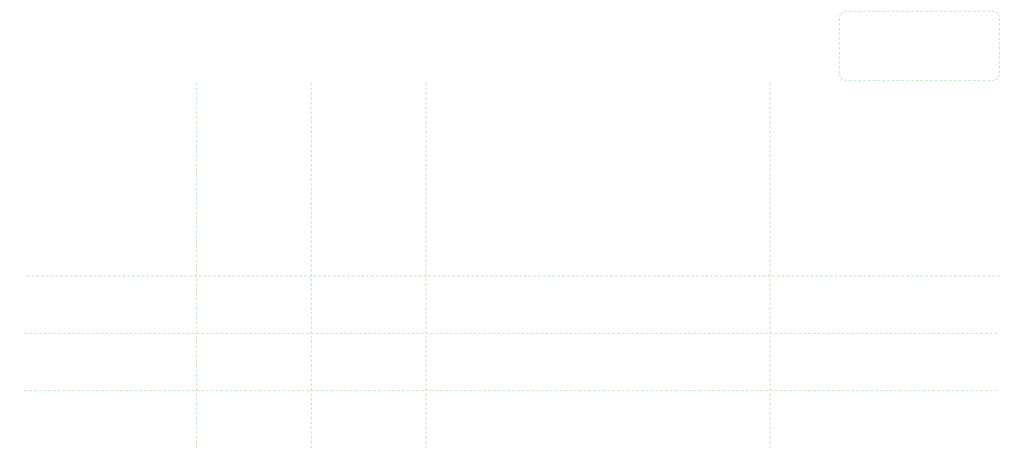
<source format=gto>
G04 #@! TF.GenerationSoftware,KiCad,Pcbnew,(5.1.4)-1*
G04 #@! TF.CreationDate,2021-09-14T20:53:01-03:00*
G04 #@! TF.ProjectId,keyboard-pcb,6b657962-6f61-4726-942d-7063622e6b69,rev?*
G04 #@! TF.SameCoordinates,Original*
G04 #@! TF.FileFunction,Legend,Top*
G04 #@! TF.FilePolarity,Positive*
%FSLAX46Y46*%
G04 Gerber Fmt 4.6, Leading zero omitted, Abs format (unit mm)*
G04 Created by KiCad (PCBNEW (5.1.4)-1) date 2021-09-14 20:53:01*
%MOMM*%
%LPD*%
G04 APERTURE LIST*
%ADD10C,0.120000*%
%ADD11C,1.852000*%
%ADD12C,4.089800*%
%ADD13O,0.952000X0.952000*%
%ADD14R,0.952000X0.952000*%
%ADD15O,1.102000X2.202000*%
%ADD16C,0.752000*%
%ADD17O,1.102000X1.702000*%
%ADD18C,1.752000*%
%ADD19R,1.752000X1.752000*%
G04 APERTURE END LIST*
D10*
X288925000Y-175418750D02*
X288925000Y-176212500D01*
X288925000Y-177006250D02*
X288925000Y-177800000D01*
X288925000Y-172243750D02*
X288925000Y-173037500D01*
X288925000Y-202406250D02*
X288925000Y-203200000D01*
X288925000Y-178593750D02*
X288925000Y-179387500D01*
X288925000Y-180181250D02*
X288925000Y-180975000D01*
X288925000Y-188118750D02*
X288925000Y-188912500D01*
X288925000Y-184943750D02*
X288925000Y-185737500D01*
X288925000Y-169068751D02*
X288925000Y-169862500D01*
X288925000Y-191293750D02*
X288925000Y-192087500D01*
X288925000Y-165893751D02*
X288925000Y-166687501D01*
X288925000Y-173831250D02*
X288925000Y-174625000D01*
X288925000Y-183356250D02*
X288925000Y-184150000D01*
X288925000Y-203993750D02*
X288925000Y-204787500D01*
X288925000Y-205581250D02*
X288925000Y-206375000D01*
X288925000Y-200818750D02*
X288925000Y-201612500D01*
X288925000Y-181768750D02*
X288925000Y-182562500D01*
X288925000Y-159543751D02*
X288925000Y-160337501D01*
X288925000Y-197643750D02*
X288925000Y-198437500D01*
X288925000Y-189706250D02*
X288925000Y-190500000D01*
X288925000Y-186531250D02*
X288925000Y-187325000D01*
X288925000Y-164306251D02*
X288925000Y-165100001D01*
X288925000Y-170656250D02*
X288925000Y-171450000D01*
X288925000Y-91281250D02*
X288925000Y-92075000D01*
X288925000Y-192881250D02*
X288925000Y-193675000D01*
X288925000Y-199231250D02*
X288925000Y-200025000D01*
X288925000Y-196056250D02*
X288925000Y-196850000D01*
X288925000Y-194468750D02*
X288925000Y-195262500D01*
X288925000Y-148431249D02*
X288925000Y-149224999D01*
X288925000Y-129381250D02*
X288925000Y-130175000D01*
X288925000Y-140493749D02*
X288925000Y-141287499D01*
X288925000Y-89693750D02*
X288925000Y-90487500D01*
X288925000Y-123031250D02*
X288925000Y-123825000D01*
X288925000Y-86518750D02*
X288925000Y-87312500D01*
X288925000Y-132556250D02*
X288925000Y-133350000D01*
X288925000Y-138906249D02*
X288925000Y-139699999D01*
X288925000Y-103981250D02*
X288925000Y-104775000D01*
X288925000Y-118268750D02*
X288925000Y-119062500D01*
X288925000Y-135731250D02*
X288925000Y-136525000D01*
X288925000Y-145256249D02*
X288925000Y-146049999D01*
X288925000Y-107156250D02*
X288925000Y-107950000D01*
X288925000Y-119856250D02*
X288925000Y-120650000D01*
X288925000Y-124618750D02*
X288925000Y-125412500D01*
X288925000Y-151606249D02*
X288925000Y-152399999D01*
X288925000Y-153193749D02*
X288925000Y-153987501D01*
X288925000Y-150018749D02*
X288925000Y-150812499D01*
X288925000Y-134143750D02*
X288925000Y-134937500D01*
X288925000Y-88106250D02*
X288925000Y-88900000D01*
X288925000Y-105568750D02*
X288925000Y-106362500D01*
X288925000Y-94456250D02*
X288925000Y-95250000D01*
X288925000Y-130968750D02*
X288925000Y-131762500D01*
X288925000Y-157956251D02*
X288925000Y-158750001D01*
X288925000Y-161131251D02*
X288925000Y-161925001D01*
X288925000Y-137318750D02*
X288925000Y-138112500D01*
X288925000Y-113506250D02*
X288925000Y-114300000D01*
X288925000Y-127793750D02*
X288925000Y-128587500D01*
X288925000Y-92868750D02*
X288925000Y-93662500D01*
X288925000Y-154781251D02*
X288925000Y-155575001D01*
X288925000Y-100806250D02*
X288925000Y-101600000D01*
X288925000Y-146843749D02*
X288925000Y-147637499D01*
X288925000Y-102393750D02*
X288925000Y-103187500D01*
X288925000Y-99218750D02*
X288925000Y-100012500D01*
X288925000Y-110331250D02*
X288925000Y-111125000D01*
X288925000Y-111918750D02*
X288925000Y-112712500D01*
X288925000Y-84931250D02*
X288925000Y-85725000D01*
X288925000Y-121443750D02*
X288925000Y-122237500D01*
X288925000Y-115093750D02*
X288925000Y-115887500D01*
X288925000Y-96043750D02*
X288925000Y-96837500D01*
X288925000Y-156368751D02*
X288925000Y-157162501D01*
X288925000Y-126206250D02*
X288925000Y-127000000D01*
X288925000Y-143668749D02*
X288925000Y-144462499D01*
X288925000Y-97631250D02*
X288925000Y-98425000D01*
X288925000Y-142081249D02*
X288925000Y-142874999D01*
X288925000Y-116681250D02*
X288925000Y-117475000D01*
X288925000Y-108743750D02*
X288925000Y-109537500D01*
X288925000Y-162718751D02*
X288925000Y-163512501D01*
X288925000Y-167481251D02*
X288925000Y-168275001D01*
X343693750Y-149225000D02*
X344487500Y-149225000D01*
X146843750Y-149225000D02*
X147637500Y-149225000D01*
X326231251Y-149225000D02*
X327025001Y-149225000D01*
X359568750Y-149225000D02*
X360362500Y-149225000D01*
X329406250Y-149225000D02*
X330200000Y-149225000D01*
X191293751Y-149225000D02*
X192087501Y-149225000D01*
X348456250Y-149225000D02*
X349250000Y-149225000D01*
X192881251Y-149225000D02*
X193675001Y-149225000D01*
X345281250Y-149225000D02*
X346075000Y-149225000D01*
X357981250Y-149225000D02*
X358775000Y-149225000D01*
X327818751Y-149225000D02*
X328612500Y-149225000D01*
X140493750Y-149225000D02*
X141287500Y-149225000D01*
X197643751Y-149225000D02*
X198437501Y-149225000D01*
X145256250Y-149225000D02*
X146050000Y-149225000D01*
X364331250Y-149225000D02*
X365125000Y-149225000D01*
X362743750Y-149225000D02*
X363537500Y-149225000D01*
X356393750Y-149225000D02*
X357187500Y-149225000D01*
X175418748Y-149225000D02*
X176212498Y-149225000D01*
X321468751Y-149225000D02*
X322262501Y-149225000D01*
X137318750Y-149225000D02*
X138112500Y-149225000D01*
X154781250Y-149225000D02*
X155575000Y-149225000D01*
X194468751Y-149225000D02*
X195262501Y-149225000D01*
X161131250Y-149225000D02*
X161925000Y-149225000D01*
X129381250Y-149225000D02*
X130175000Y-149225000D01*
X142081250Y-149225000D02*
X142875000Y-149225000D01*
X323056251Y-149225000D02*
X323850001Y-149225000D01*
X354806250Y-149225000D02*
X355600000Y-149225000D01*
X346868750Y-149225000D02*
X347662500Y-149225000D01*
X273843750Y-149225000D02*
X274637500Y-149225000D01*
X289718750Y-149225000D02*
X290512500Y-149225000D01*
X253206250Y-149225000D02*
X254000000Y-149225000D01*
X297656249Y-149225000D02*
X298449999Y-149225000D01*
X269081250Y-149225000D02*
X269875000Y-149225000D01*
X245268750Y-149225000D02*
X246062500Y-149225000D01*
X265906250Y-149225000D02*
X266700000Y-149225000D01*
X243681250Y-149225000D02*
X244475000Y-149225000D01*
X310356249Y-149225000D02*
X311149999Y-149225000D01*
X284956250Y-149225000D02*
X285750000Y-149225000D01*
X291306250Y-149225000D02*
X292100000Y-149225000D01*
X256381250Y-149225000D02*
X257175000Y-149225000D01*
X278606250Y-149225000D02*
X279400000Y-149225000D01*
X264318750Y-149225000D02*
X265112500Y-149225000D01*
X300831249Y-149225000D02*
X301624999Y-149225000D01*
X275431250Y-149225000D02*
X276225000Y-149225000D01*
X281781250Y-149225000D02*
X282575000Y-149225000D01*
X246856250Y-149225000D02*
X247650000Y-149225000D01*
X259556250Y-149225000D02*
X260350000Y-149225000D01*
X272256250Y-149225000D02*
X273050000Y-149225000D01*
X319881251Y-149225000D02*
X320675001Y-149225000D01*
X270668750Y-149225000D02*
X271462500Y-149225000D01*
X286543750Y-149225000D02*
X287337500Y-149225000D01*
X283368750Y-149225000D02*
X284162500Y-149225000D01*
X316706251Y-149225000D02*
X317500001Y-149225000D01*
X251618750Y-149225000D02*
X252412500Y-149225000D01*
X324643751Y-149225000D02*
X325437501Y-149225000D01*
X250031250Y-149225000D02*
X250825000Y-149225000D01*
X305593749Y-149225000D02*
X306387499Y-149225000D01*
X318293751Y-149225000D02*
X319087501Y-149225000D01*
X304006249Y-149225000D02*
X304799999Y-149225000D01*
X337343750Y-149225000D02*
X338137500Y-149225000D01*
X351631250Y-149225000D02*
X352425000Y-149225000D01*
X311943749Y-149225000D02*
X312737501Y-149225000D01*
X296068750Y-149225000D02*
X296862500Y-149225000D01*
X335756250Y-149225000D02*
X336550000Y-149225000D01*
X308768749Y-149225000D02*
X309562499Y-149225000D01*
X294481250Y-149225000D02*
X295275000Y-149225000D01*
X350043750Y-149225000D02*
X350837500Y-149225000D01*
X313531251Y-149225000D02*
X314325001Y-149225000D01*
X277018750Y-149225000D02*
X277812500Y-149225000D01*
X334168750Y-149225000D02*
X334962500Y-149225000D01*
X342106250Y-149225000D02*
X342900000Y-149225000D01*
X353218750Y-149225000D02*
X354012500Y-149225000D01*
X340518750Y-149225000D02*
X341312500Y-149225000D01*
X280193750Y-149225000D02*
X280987500Y-149225000D01*
X338931250Y-149225000D02*
X339725000Y-149225000D01*
X332581250Y-149225000D02*
X333375000Y-149225000D01*
X330993750Y-149225000D02*
X331787500Y-149225000D01*
X254793750Y-149225000D02*
X255587500Y-149225000D01*
X257968750Y-149225000D02*
X258762500Y-149225000D01*
X248443750Y-149225000D02*
X249237500Y-149225000D01*
X315118751Y-149225000D02*
X315912501Y-149225000D01*
X267493750Y-149225000D02*
X268287500Y-149225000D01*
X302418749Y-149225000D02*
X303212499Y-149225000D01*
X307181249Y-149225000D02*
X307974999Y-149225000D01*
X361156250Y-149225000D02*
X361950000Y-149225000D01*
X292893750Y-149225000D02*
X293687500Y-149225000D01*
X262731250Y-149225000D02*
X263525000Y-149225000D01*
X261143750Y-149225000D02*
X261937500Y-149225000D01*
X288131250Y-149225000D02*
X288925000Y-149225000D01*
X299243749Y-149225000D02*
X300037499Y-149225000D01*
X119856250Y-149225000D02*
X120650000Y-149225000D01*
X111918751Y-149225000D02*
X112712501Y-149225000D01*
X115093751Y-149225000D02*
X115887501Y-149225000D01*
X99218749Y-149225000D02*
X100012499Y-149225000D01*
X118268750Y-149225000D02*
X119062500Y-149225000D01*
X84931250Y-149225000D02*
X85725000Y-149225000D01*
X78581251Y-149225000D02*
X79375001Y-149225000D01*
X76993751Y-149225000D02*
X77787501Y-149225000D01*
X83343751Y-149225000D02*
X84137500Y-149225000D01*
X102393749Y-149225000D02*
X103187501Y-149225000D01*
X81756251Y-149225000D02*
X82550001Y-149225000D01*
X100806249Y-149225000D02*
X101599999Y-149225000D01*
X103981251Y-149225000D02*
X104775001Y-149225000D01*
X57943748Y-149225000D02*
X58737498Y-149225000D01*
X51593750Y-149225000D02*
X52387500Y-149225000D01*
X64293748Y-149225000D02*
X65087498Y-149225000D01*
X72231251Y-149225000D02*
X73025001Y-149225000D01*
X89693749Y-149225000D02*
X90487499Y-149225000D01*
X48418750Y-149225000D02*
X49212500Y-149225000D01*
X88106249Y-149225000D02*
X88899999Y-149225000D01*
X86518750Y-149225000D02*
X87312500Y-149225000D01*
X42068750Y-149225000D02*
X42862500Y-149225000D01*
X65881248Y-149225000D02*
X66674998Y-149225000D01*
X69056251Y-149225000D02*
X69850001Y-149225000D01*
X113506251Y-149225000D02*
X114300001Y-149225000D01*
X110331251Y-149225000D02*
X111125001Y-149225000D01*
X70643751Y-149225000D02*
X71437501Y-149225000D01*
X105568751Y-149225000D02*
X106362501Y-149225000D01*
X94456249Y-149225000D02*
X95249999Y-149225000D01*
X43656250Y-149225000D02*
X44450000Y-149225000D01*
X59531248Y-149225000D02*
X60324998Y-149225000D01*
X80168751Y-149225000D02*
X80962501Y-149225000D01*
X92868749Y-149225000D02*
X93662499Y-149225000D01*
X107156251Y-149225000D02*
X107950001Y-149225000D01*
X91281249Y-149225000D02*
X92074999Y-149225000D01*
X73818751Y-149225000D02*
X74612501Y-149225000D01*
X54768749Y-149225000D02*
X55562499Y-149225000D01*
X108743751Y-149225000D02*
X109537501Y-149225000D01*
X53181249Y-149225000D02*
X53974999Y-149225000D01*
X97631249Y-149225000D02*
X98424999Y-149225000D01*
X67468748Y-149225000D02*
X68262501Y-149225000D01*
X50006250Y-149225000D02*
X50800000Y-149225000D01*
X46831250Y-149225000D02*
X47625000Y-149225000D01*
X75406251Y-149225000D02*
X76200001Y-149225000D01*
X96043749Y-149225000D02*
X96837499Y-149225000D01*
X116681251Y-149225000D02*
X117475001Y-149225000D01*
X56356249Y-149225000D02*
X57149998Y-149225000D01*
X61118748Y-149225000D02*
X61912498Y-149225000D01*
X62706248Y-149225000D02*
X63499998Y-149225000D01*
X45243750Y-149225000D02*
X46037500Y-149225000D01*
X240506250Y-149225000D02*
X241300000Y-149225000D01*
X242093750Y-149225000D02*
X242887500Y-149225000D01*
X159543750Y-149225000D02*
X160337500Y-149225000D01*
X237331250Y-149225000D02*
X238125000Y-149225000D01*
X223043751Y-149225000D02*
X223837500Y-149225000D01*
X207168749Y-149225000D02*
X207962501Y-149225000D01*
X138906250Y-149225000D02*
X139700000Y-149225000D01*
X157956250Y-149225000D02*
X158750000Y-149225000D01*
X200818751Y-149225000D02*
X201612501Y-149225000D01*
X238918750Y-149225000D02*
X239712500Y-149225000D01*
X235743750Y-149225000D02*
X236537500Y-149225000D01*
X218281251Y-149225000D02*
X219075001Y-149225000D01*
X196056251Y-149225000D02*
X196850001Y-149225000D01*
X126206250Y-149225000D02*
X127000000Y-149225000D01*
X121443750Y-149225000D02*
X122237500Y-149225000D01*
X156368750Y-149225000D02*
X157162500Y-149225000D01*
X189706250Y-149225000D02*
X190500001Y-149225000D01*
X148431250Y-149225000D02*
X149225000Y-149225000D01*
X169068750Y-149225000D02*
X169862500Y-149225000D01*
X151606250Y-149225000D02*
X152400000Y-149225000D01*
X150018750Y-149225000D02*
X150812500Y-149225000D01*
X134143750Y-149225000D02*
X134937500Y-149225000D01*
X227806250Y-149225000D02*
X228600000Y-149225000D01*
X226218750Y-149225000D02*
X227012500Y-149225000D01*
X202406251Y-149225000D02*
X203200001Y-149225000D01*
X130968750Y-149225000D02*
X131762500Y-149225000D01*
X213518751Y-149225000D02*
X214312501Y-149225000D01*
X219868751Y-149225000D02*
X220662501Y-149225000D01*
X184943750Y-149225000D02*
X185737500Y-149225000D01*
X186531250Y-149225000D02*
X187325000Y-149225000D01*
X132556250Y-149225000D02*
X133350000Y-149225000D01*
X127793750Y-149225000D02*
X128587500Y-149225000D01*
X165893750Y-149225000D02*
X166687500Y-149225000D01*
X177006248Y-149225000D02*
X177800000Y-149225000D01*
X188118750Y-149225000D02*
X188912500Y-149225000D01*
X123031250Y-149225000D02*
X123825000Y-149225000D01*
X153193750Y-149225000D02*
X153987500Y-149225000D01*
X180181250Y-149225000D02*
X180975000Y-149225000D01*
X135731250Y-149225000D02*
X136525000Y-149225000D01*
X167481250Y-149225000D02*
X168275000Y-149225000D01*
X162718750Y-149225000D02*
X163512500Y-149225000D01*
X230981250Y-149225000D02*
X231775000Y-149225000D01*
X232568750Y-149225000D02*
X233362500Y-149225000D01*
X215106251Y-149225000D02*
X215900001Y-149225000D01*
X164306250Y-149225000D02*
X165100000Y-149225000D01*
X229393750Y-149225000D02*
X230187500Y-149225000D01*
X183356250Y-149225000D02*
X184150000Y-149225000D01*
X170656250Y-149225000D02*
X171450000Y-149225000D01*
X234156250Y-149225000D02*
X234950000Y-149225000D01*
X208756251Y-149225000D02*
X209550001Y-149225000D01*
X172243750Y-149225000D02*
X173037500Y-149225000D01*
X216693751Y-149225000D02*
X217487501Y-149225000D01*
X124618750Y-149225000D02*
X125412500Y-149225000D01*
X199231251Y-149225000D02*
X200025001Y-149225000D01*
X203993751Y-149225000D02*
X204787501Y-149225000D01*
X143668750Y-149225000D02*
X144462500Y-149225000D01*
X181768750Y-149225000D02*
X182562500Y-149225000D01*
X224631250Y-149225000D02*
X225425000Y-149225000D01*
X211931251Y-149225000D02*
X212725001Y-149225000D01*
X173831250Y-149225000D02*
X174625000Y-149225000D01*
X221456251Y-149225000D02*
X222250001Y-149225000D01*
X178593750Y-149225000D02*
X179387500Y-149225000D01*
X205581251Y-149225000D02*
X206374999Y-149225000D01*
X210343751Y-149225000D02*
X211137501Y-149225000D01*
X329406249Y-187325000D02*
X328612499Y-187325000D01*
X324643749Y-187325000D02*
X323849999Y-187325000D01*
X304006250Y-187325000D02*
X303212500Y-187325000D01*
X307181250Y-187325000D02*
X306387500Y-187325000D01*
X323056249Y-187325000D02*
X322262500Y-187325000D01*
X288131250Y-187325000D02*
X287337500Y-187325000D01*
X286543750Y-187325000D02*
X285750000Y-187325000D01*
X291306250Y-187325000D02*
X290512500Y-187325000D01*
X294481250Y-187325000D02*
X293687500Y-187325000D01*
X302418750Y-187325000D02*
X301625000Y-187325000D01*
X305593750Y-187325000D02*
X304800000Y-187325000D01*
X321468750Y-187325000D02*
X320675000Y-187325000D01*
X327818749Y-187325000D02*
X327024999Y-187325000D01*
X292893750Y-187325000D02*
X292100000Y-187325000D01*
X296068750Y-187325000D02*
X295275000Y-187325000D01*
X326231249Y-187325000D02*
X325437499Y-187325000D01*
X313531250Y-187325000D02*
X312737500Y-187325000D01*
X299243750Y-187325000D02*
X298450000Y-187325000D01*
X315118750Y-187325000D02*
X314325000Y-187325000D01*
X297656250Y-187325000D02*
X296862500Y-187325000D01*
X300831250Y-187325000D02*
X300037500Y-187325000D01*
X310356250Y-187325000D02*
X309562500Y-187325000D01*
X311943750Y-187325000D02*
X311150000Y-187325000D01*
X316706250Y-187325000D02*
X315912500Y-187325000D01*
X308768750Y-187325000D02*
X307975000Y-187325000D01*
X318293750Y-187325000D02*
X317500000Y-187325000D01*
X319881250Y-187325000D02*
X319087500Y-187325000D01*
X289718750Y-187325000D02*
X288925000Y-187325000D01*
X332581249Y-187325000D02*
X331787499Y-187325000D01*
X345281251Y-187325000D02*
X344487501Y-187325000D01*
X343693751Y-187325000D02*
X342900001Y-187325000D01*
X362743750Y-187325000D02*
X361950000Y-187325000D01*
X351631251Y-187325000D02*
X350837501Y-187325000D01*
X340518751Y-187325000D02*
X339725001Y-187325000D01*
X338931251Y-187325000D02*
X338137499Y-187325000D01*
X342106251Y-187325000D02*
X341312501Y-187325000D01*
X348456251Y-187325000D02*
X347662501Y-187325000D01*
X357981250Y-187325000D02*
X357187500Y-187325000D01*
X346868751Y-187325000D02*
X346075001Y-187325000D01*
X354806250Y-187325000D02*
X354012500Y-187325000D01*
X356393750Y-187325000D02*
X355600000Y-187325000D01*
X359568750Y-187325000D02*
X358775000Y-187325000D01*
X350043751Y-187325000D02*
X349250001Y-187325000D01*
X361156250Y-187325000D02*
X360362500Y-187325000D01*
X364331250Y-187325000D02*
X363537500Y-187325000D01*
X353218751Y-187325000D02*
X352425001Y-187325000D01*
X334168749Y-187325000D02*
X333374999Y-187325000D01*
X335756249Y-187325000D02*
X334962499Y-187325000D01*
X330993749Y-187325000D02*
X330199999Y-187325000D01*
X337343749Y-187325000D02*
X336549999Y-187325000D01*
X207168749Y-187325000D02*
X206374999Y-187325000D01*
X202406249Y-187325000D02*
X201612499Y-187325000D01*
X181768750Y-187325000D02*
X180975000Y-187325000D01*
X184943750Y-187325000D02*
X184150000Y-187325000D01*
X200818749Y-187325000D02*
X200025000Y-187325000D01*
X165893750Y-187325000D02*
X165100000Y-187325000D01*
X164306250Y-187325000D02*
X163512500Y-187325000D01*
X169068750Y-187325000D02*
X168275000Y-187325000D01*
X172243750Y-187325000D02*
X171450000Y-187325000D01*
X180181250Y-187325000D02*
X179387500Y-187325000D01*
X183356250Y-187325000D02*
X182562500Y-187325000D01*
X199231250Y-187325000D02*
X198437500Y-187325000D01*
X205581249Y-187325000D02*
X204787499Y-187325000D01*
X170656250Y-187325000D02*
X169862500Y-187325000D01*
X173831250Y-187325000D02*
X173037500Y-187325000D01*
X203993749Y-187325000D02*
X203199999Y-187325000D01*
X191293750Y-187325000D02*
X190500000Y-187325000D01*
X177006250Y-187325000D02*
X176212500Y-187325000D01*
X192881250Y-187325000D02*
X192087500Y-187325000D01*
X175418750Y-187325000D02*
X174625000Y-187325000D01*
X178593750Y-187325000D02*
X177800000Y-187325000D01*
X188118750Y-187325000D02*
X187325000Y-187325000D01*
X189706250Y-187325000D02*
X188912500Y-187325000D01*
X194468750Y-187325000D02*
X193675000Y-187325000D01*
X186531250Y-187325000D02*
X185737500Y-187325000D01*
X196056250Y-187325000D02*
X195262500Y-187325000D01*
X197643750Y-187325000D02*
X196850000Y-187325000D01*
X167481250Y-187325000D02*
X166687500Y-187325000D01*
X278606250Y-187325000D02*
X277812500Y-187325000D01*
X210343749Y-187325000D02*
X209549999Y-187325000D01*
X223043751Y-187325000D02*
X222250001Y-187325000D01*
X267493750Y-187325000D02*
X266700000Y-187325000D01*
X273843750Y-187325000D02*
X273050000Y-187325000D01*
X221456251Y-187325000D02*
X220662501Y-187325000D01*
X240506250Y-187325000D02*
X239712500Y-187325000D01*
X229393751Y-187325000D02*
X228600001Y-187325000D01*
X262731250Y-187325000D02*
X261937500Y-187325000D01*
X218281251Y-187325000D02*
X217487501Y-187325000D01*
X243681250Y-187325000D02*
X242887500Y-187325000D01*
X216693751Y-187325000D02*
X215899999Y-187325000D01*
X219868751Y-187325000D02*
X219075001Y-187325000D01*
X226218751Y-187325000D02*
X225425001Y-187325000D01*
X270668750Y-187325000D02*
X269875000Y-187325000D01*
X280193750Y-187325000D02*
X279400000Y-187325000D01*
X284956250Y-187325000D02*
X284162500Y-187325000D01*
X235743750Y-187325000D02*
X234950000Y-187325000D01*
X248443750Y-187325000D02*
X247650000Y-187325000D01*
X246856250Y-187325000D02*
X246062500Y-187325000D01*
X250031250Y-187325000D02*
X249237500Y-187325000D01*
X281781250Y-187325000D02*
X280987500Y-187325000D01*
X275431250Y-187325000D02*
X274637500Y-187325000D01*
X272256250Y-187325000D02*
X271462500Y-187325000D01*
X283368750Y-187325000D02*
X282575000Y-187325000D01*
X224631251Y-187325000D02*
X223837501Y-187325000D01*
X232568750Y-187325000D02*
X231775000Y-187325000D01*
X234156250Y-187325000D02*
X233362500Y-187325000D01*
X237331250Y-187325000D02*
X236537500Y-187325000D01*
X227806251Y-187325000D02*
X227012501Y-187325000D01*
X253206250Y-187325000D02*
X252412500Y-187325000D01*
X257968750Y-187325000D02*
X257175000Y-187325000D01*
X254793750Y-187325000D02*
X254000000Y-187325000D01*
X256381250Y-187325000D02*
X255587500Y-187325000D01*
X238918750Y-187325000D02*
X238125000Y-187325000D01*
X242093750Y-187325000D02*
X241300000Y-187325000D01*
X230981251Y-187325000D02*
X230187501Y-187325000D01*
X245268750Y-187325000D02*
X244475000Y-187325000D01*
X265906250Y-187325000D02*
X265112500Y-187325000D01*
X269081250Y-187325000D02*
X268287500Y-187325000D01*
X277018750Y-187325000D02*
X276225000Y-187325000D01*
X264318750Y-187325000D02*
X263525000Y-187325000D01*
X259556250Y-187325000D02*
X258762500Y-187325000D01*
X211931249Y-187325000D02*
X211137499Y-187325000D01*
X213518749Y-187325000D02*
X212724999Y-187325000D01*
X251618750Y-187325000D02*
X250825000Y-187325000D01*
X208756249Y-187325000D02*
X207962499Y-187325000D01*
X215106249Y-187325000D02*
X214312499Y-187325000D01*
X261143750Y-187325000D02*
X260350000Y-187325000D01*
X84931249Y-187325000D02*
X84137499Y-187325000D01*
X80168749Y-187325000D02*
X79374999Y-187325000D01*
X59531250Y-187325000D02*
X58737500Y-187325000D01*
X62706250Y-187325000D02*
X61912500Y-187325000D01*
X78581249Y-187325000D02*
X77787500Y-187325000D01*
X43656250Y-187325000D02*
X42862500Y-187325000D01*
X42068750Y-187325000D02*
X41275000Y-187325000D01*
X46831250Y-187325000D02*
X46037500Y-187325000D01*
X50006250Y-187325000D02*
X49212500Y-187325000D01*
X57943750Y-187325000D02*
X57150000Y-187325000D01*
X61118750Y-187325000D02*
X60325000Y-187325000D01*
X76993750Y-187325000D02*
X76200000Y-187325000D01*
X83343749Y-187325000D02*
X82549999Y-187325000D01*
X48418750Y-187325000D02*
X47625000Y-187325000D01*
X51593750Y-187325000D02*
X50800000Y-187325000D01*
X81756249Y-187325000D02*
X80962499Y-187325000D01*
X69056250Y-187325000D02*
X68262500Y-187325000D01*
X54768750Y-187325000D02*
X53975000Y-187325000D01*
X70643750Y-187325000D02*
X69850000Y-187325000D01*
X53181250Y-187325000D02*
X52387500Y-187325000D01*
X56356250Y-187325000D02*
X55562500Y-187325000D01*
X65881250Y-187325000D02*
X65087500Y-187325000D01*
X67468750Y-187325000D02*
X66675000Y-187325000D01*
X72231250Y-187325000D02*
X71437500Y-187325000D01*
X64293750Y-187325000D02*
X63500000Y-187325000D01*
X73818750Y-187325000D02*
X73025000Y-187325000D01*
X75406250Y-187325000D02*
X74612500Y-187325000D01*
X45243750Y-187325000D02*
X44450000Y-187325000D01*
X156368750Y-187325000D02*
X155575000Y-187325000D01*
X88106249Y-187325000D02*
X87312499Y-187325000D01*
X100806251Y-187325000D02*
X100012501Y-187325000D01*
X145256250Y-187325000D02*
X144462500Y-187325000D01*
X151606250Y-187325000D02*
X150812500Y-187325000D01*
X99218751Y-187325000D02*
X98425001Y-187325000D01*
X118268750Y-187325000D02*
X117475000Y-187325000D01*
X107156251Y-187325000D02*
X106362501Y-187325000D01*
X140493750Y-187325000D02*
X139700000Y-187325000D01*
X96043751Y-187325000D02*
X95250001Y-187325000D01*
X121443750Y-187325000D02*
X120650000Y-187325000D01*
X94456251Y-187325000D02*
X93662499Y-187325000D01*
X97631251Y-187325000D02*
X96837501Y-187325000D01*
X103981251Y-187325000D02*
X103187501Y-187325000D01*
X148431250Y-187325000D02*
X147637500Y-187325000D01*
X157956250Y-187325000D02*
X157162500Y-187325000D01*
X162718750Y-187325000D02*
X161925000Y-187325000D01*
X113506250Y-187325000D02*
X112712500Y-187325000D01*
X126206250Y-187325000D02*
X125412500Y-187325000D01*
X124618750Y-187325000D02*
X123825000Y-187325000D01*
X127793750Y-187325000D02*
X127000000Y-187325000D01*
X159543750Y-187325000D02*
X158750000Y-187325000D01*
X153193750Y-187325000D02*
X152400000Y-187325000D01*
X150018750Y-187325000D02*
X149225000Y-187325000D01*
X161131250Y-187325000D02*
X160337500Y-187325000D01*
X102393751Y-187325000D02*
X101600001Y-187325000D01*
X110331250Y-187325000D02*
X109537500Y-187325000D01*
X111918750Y-187325000D02*
X111125000Y-187325000D01*
X115093750Y-187325000D02*
X114300000Y-187325000D01*
X105568751Y-187325000D02*
X104775001Y-187325000D01*
X130968750Y-187325000D02*
X130175000Y-187325000D01*
X135731250Y-187325000D02*
X134937500Y-187325000D01*
X132556250Y-187325000D02*
X131762500Y-187325000D01*
X134143750Y-187325000D02*
X133350000Y-187325000D01*
X116681250Y-187325000D02*
X115887500Y-187325000D01*
X119856250Y-187325000D02*
X119062500Y-187325000D01*
X108743751Y-187325000D02*
X107950001Y-187325000D01*
X123031250Y-187325000D02*
X122237500Y-187325000D01*
X143668750Y-187325000D02*
X142875000Y-187325000D01*
X146843750Y-187325000D02*
X146050000Y-187325000D01*
X154781250Y-187325000D02*
X153987500Y-187325000D01*
X142081250Y-187325000D02*
X141287500Y-187325000D01*
X137318750Y-187325000D02*
X136525000Y-187325000D01*
X89693749Y-187325000D02*
X88899999Y-187325000D01*
X91281249Y-187325000D02*
X90487499Y-187325000D01*
X129381250Y-187325000D02*
X128587500Y-187325000D01*
X86518749Y-187325000D02*
X85724999Y-187325000D01*
X92868749Y-187325000D02*
X92074999Y-187325000D01*
X138906250Y-187325000D02*
X138112500Y-187325000D01*
X329406249Y-168275000D02*
X328612499Y-168275000D01*
X324643749Y-168275000D02*
X323849999Y-168275000D01*
X304006250Y-168275000D02*
X303212500Y-168275000D01*
X307181250Y-168275000D02*
X306387500Y-168275000D01*
X323056249Y-168275000D02*
X322262500Y-168275000D01*
X288131250Y-168275000D02*
X287337500Y-168275000D01*
X286543750Y-168275000D02*
X285750000Y-168275000D01*
X291306250Y-168275000D02*
X290512500Y-168275000D01*
X294481250Y-168275000D02*
X293687500Y-168275000D01*
X302418750Y-168275000D02*
X301625000Y-168275000D01*
X305593750Y-168275000D02*
X304800000Y-168275000D01*
X321468750Y-168275000D02*
X320675000Y-168275000D01*
X327818749Y-168275000D02*
X327024999Y-168275000D01*
X292893750Y-168275000D02*
X292100000Y-168275000D01*
X296068750Y-168275000D02*
X295275000Y-168275000D01*
X326231249Y-168275000D02*
X325437499Y-168275000D01*
X313531250Y-168275000D02*
X312737500Y-168275000D01*
X299243750Y-168275000D02*
X298450000Y-168275000D01*
X315118750Y-168275000D02*
X314325000Y-168275000D01*
X297656250Y-168275000D02*
X296862500Y-168275000D01*
X300831250Y-168275000D02*
X300037500Y-168275000D01*
X310356250Y-168275000D02*
X309562500Y-168275000D01*
X311943750Y-168275000D02*
X311150000Y-168275000D01*
X316706250Y-168275000D02*
X315912500Y-168275000D01*
X308768750Y-168275000D02*
X307975000Y-168275000D01*
X318293750Y-168275000D02*
X317500000Y-168275000D01*
X319881250Y-168275000D02*
X319087500Y-168275000D01*
X289718750Y-168275000D02*
X288925000Y-168275000D01*
X332581249Y-168275000D02*
X331787499Y-168275000D01*
X345281251Y-168275000D02*
X344487501Y-168275000D01*
X343693751Y-168275000D02*
X342900001Y-168275000D01*
X362743750Y-168275000D02*
X361950000Y-168275000D01*
X351631251Y-168275000D02*
X350837501Y-168275000D01*
X340518751Y-168275000D02*
X339725001Y-168275000D01*
X338931251Y-168275000D02*
X338137499Y-168275000D01*
X342106251Y-168275000D02*
X341312501Y-168275000D01*
X348456251Y-168275000D02*
X347662501Y-168275000D01*
X357981250Y-168275000D02*
X357187500Y-168275000D01*
X346868751Y-168275000D02*
X346075001Y-168275000D01*
X354806250Y-168275000D02*
X354012500Y-168275000D01*
X356393750Y-168275000D02*
X355600000Y-168275000D01*
X359568750Y-168275000D02*
X358775000Y-168275000D01*
X350043751Y-168275000D02*
X349250001Y-168275000D01*
X361156250Y-168275000D02*
X360362500Y-168275000D01*
X364331250Y-168275000D02*
X363537500Y-168275000D01*
X353218751Y-168275000D02*
X352425001Y-168275000D01*
X334168749Y-168275000D02*
X333374999Y-168275000D01*
X335756249Y-168275000D02*
X334962499Y-168275000D01*
X330993749Y-168275000D02*
X330199999Y-168275000D01*
X337343749Y-168275000D02*
X336549999Y-168275000D01*
X207168749Y-168275000D02*
X206374999Y-168275000D01*
X202406249Y-168275000D02*
X201612499Y-168275000D01*
X181768750Y-168275000D02*
X180975000Y-168275000D01*
X184943750Y-168275000D02*
X184150000Y-168275000D01*
X200818749Y-168275000D02*
X200025000Y-168275000D01*
X165893750Y-168275000D02*
X165100000Y-168275000D01*
X164306250Y-168275000D02*
X163512500Y-168275000D01*
X169068750Y-168275000D02*
X168275000Y-168275000D01*
X172243750Y-168275000D02*
X171450000Y-168275000D01*
X180181250Y-168275000D02*
X179387500Y-168275000D01*
X183356250Y-168275000D02*
X182562500Y-168275000D01*
X199231250Y-168275000D02*
X198437500Y-168275000D01*
X205581249Y-168275000D02*
X204787499Y-168275000D01*
X170656250Y-168275000D02*
X169862500Y-168275000D01*
X173831250Y-168275000D02*
X173037500Y-168275000D01*
X203993749Y-168275000D02*
X203199999Y-168275000D01*
X191293750Y-168275000D02*
X190500000Y-168275000D01*
X177006250Y-168275000D02*
X176212500Y-168275000D01*
X192881250Y-168275000D02*
X192087500Y-168275000D01*
X175418750Y-168275000D02*
X174625000Y-168275000D01*
X178593750Y-168275000D02*
X177800000Y-168275000D01*
X188118750Y-168275000D02*
X187325000Y-168275000D01*
X189706250Y-168275000D02*
X188912500Y-168275000D01*
X194468750Y-168275000D02*
X193675000Y-168275000D01*
X186531250Y-168275000D02*
X185737500Y-168275000D01*
X196056250Y-168275000D02*
X195262500Y-168275000D01*
X197643750Y-168275000D02*
X196850000Y-168275000D01*
X167481250Y-168275000D02*
X166687500Y-168275000D01*
X278606250Y-168275000D02*
X277812500Y-168275000D01*
X210343749Y-168275000D02*
X209549999Y-168275000D01*
X223043751Y-168275000D02*
X222250001Y-168275000D01*
X267493750Y-168275000D02*
X266700000Y-168275000D01*
X273843750Y-168275000D02*
X273050000Y-168275000D01*
X221456251Y-168275000D02*
X220662501Y-168275000D01*
X240506250Y-168275000D02*
X239712500Y-168275000D01*
X229393751Y-168275000D02*
X228600001Y-168275000D01*
X262731250Y-168275000D02*
X261937500Y-168275000D01*
X218281251Y-168275000D02*
X217487501Y-168275000D01*
X243681250Y-168275000D02*
X242887500Y-168275000D01*
X216693751Y-168275000D02*
X215899999Y-168275000D01*
X219868751Y-168275000D02*
X219075001Y-168275000D01*
X226218751Y-168275000D02*
X225425001Y-168275000D01*
X270668750Y-168275000D02*
X269875000Y-168275000D01*
X280193750Y-168275000D02*
X279400000Y-168275000D01*
X284956250Y-168275000D02*
X284162500Y-168275000D01*
X235743750Y-168275000D02*
X234950000Y-168275000D01*
X248443750Y-168275000D02*
X247650000Y-168275000D01*
X246856250Y-168275000D02*
X246062500Y-168275000D01*
X250031250Y-168275000D02*
X249237500Y-168275000D01*
X281781250Y-168275000D02*
X280987500Y-168275000D01*
X275431250Y-168275000D02*
X274637500Y-168275000D01*
X272256250Y-168275000D02*
X271462500Y-168275000D01*
X283368750Y-168275000D02*
X282575000Y-168275000D01*
X224631251Y-168275000D02*
X223837501Y-168275000D01*
X232568750Y-168275000D02*
X231775000Y-168275000D01*
X234156250Y-168275000D02*
X233362500Y-168275000D01*
X237331250Y-168275000D02*
X236537500Y-168275000D01*
X227806251Y-168275000D02*
X227012501Y-168275000D01*
X253206250Y-168275000D02*
X252412500Y-168275000D01*
X257968750Y-168275000D02*
X257175000Y-168275000D01*
X254793750Y-168275000D02*
X254000000Y-168275000D01*
X256381250Y-168275000D02*
X255587500Y-168275000D01*
X238918750Y-168275000D02*
X238125000Y-168275000D01*
X242093750Y-168275000D02*
X241300000Y-168275000D01*
X230981251Y-168275000D02*
X230187501Y-168275000D01*
X245268750Y-168275000D02*
X244475000Y-168275000D01*
X265906250Y-168275000D02*
X265112500Y-168275000D01*
X269081250Y-168275000D02*
X268287500Y-168275000D01*
X277018750Y-168275000D02*
X276225000Y-168275000D01*
X264318750Y-168275000D02*
X263525000Y-168275000D01*
X259556250Y-168275000D02*
X258762500Y-168275000D01*
X211931249Y-168275000D02*
X211137499Y-168275000D01*
X213518749Y-168275000D02*
X212724999Y-168275000D01*
X251618750Y-168275000D02*
X250825000Y-168275000D01*
X208756249Y-168275000D02*
X207962499Y-168275000D01*
X215106249Y-168275000D02*
X214312499Y-168275000D01*
X261143750Y-168275000D02*
X260350000Y-168275000D01*
X84931249Y-168275000D02*
X84137499Y-168275000D01*
X80168749Y-168275000D02*
X79374999Y-168275000D01*
X59531250Y-168275000D02*
X58737500Y-168275000D01*
X62706250Y-168275000D02*
X61912500Y-168275000D01*
X78581249Y-168275000D02*
X77787500Y-168275000D01*
X43656250Y-168275000D02*
X42862500Y-168275000D01*
X42068750Y-168275000D02*
X41275000Y-168275000D01*
X46831250Y-168275000D02*
X46037500Y-168275000D01*
X50006250Y-168275000D02*
X49212500Y-168275000D01*
X57943750Y-168275000D02*
X57150000Y-168275000D01*
X61118750Y-168275000D02*
X60325000Y-168275000D01*
X76993750Y-168275000D02*
X76200000Y-168275000D01*
X83343749Y-168275000D02*
X82549999Y-168275000D01*
X48418750Y-168275000D02*
X47625000Y-168275000D01*
X51593750Y-168275000D02*
X50800000Y-168275000D01*
X81756249Y-168275000D02*
X80962499Y-168275000D01*
X69056250Y-168275000D02*
X68262500Y-168275000D01*
X54768750Y-168275000D02*
X53975000Y-168275000D01*
X70643750Y-168275000D02*
X69850000Y-168275000D01*
X53181250Y-168275000D02*
X52387500Y-168275000D01*
X56356250Y-168275000D02*
X55562500Y-168275000D01*
X65881250Y-168275000D02*
X65087500Y-168275000D01*
X67468750Y-168275000D02*
X66675000Y-168275000D01*
X72231250Y-168275000D02*
X71437500Y-168275000D01*
X64293750Y-168275000D02*
X63500000Y-168275000D01*
X73818750Y-168275000D02*
X73025000Y-168275000D01*
X75406250Y-168275000D02*
X74612500Y-168275000D01*
X45243750Y-168275000D02*
X44450000Y-168275000D01*
X156368750Y-168275000D02*
X155575000Y-168275000D01*
X88106249Y-168275000D02*
X87312499Y-168275000D01*
X100806251Y-168275000D02*
X100012501Y-168275000D01*
X145256250Y-168275000D02*
X144462500Y-168275000D01*
X151606250Y-168275000D02*
X150812500Y-168275000D01*
X99218751Y-168275000D02*
X98425001Y-168275000D01*
X118268750Y-168275000D02*
X117475000Y-168275000D01*
X107156251Y-168275000D02*
X106362501Y-168275000D01*
X140493750Y-168275000D02*
X139700000Y-168275000D01*
X96043751Y-168275000D02*
X95250001Y-168275000D01*
X121443750Y-168275000D02*
X120650000Y-168275000D01*
X94456251Y-168275000D02*
X93662499Y-168275000D01*
X97631251Y-168275000D02*
X96837501Y-168275000D01*
X103981251Y-168275000D02*
X103187501Y-168275000D01*
X148431250Y-168275000D02*
X147637500Y-168275000D01*
X157956250Y-168275000D02*
X157162500Y-168275000D01*
X162718750Y-168275000D02*
X161925000Y-168275000D01*
X113506250Y-168275000D02*
X112712500Y-168275000D01*
X126206250Y-168275000D02*
X125412500Y-168275000D01*
X124618750Y-168275000D02*
X123825000Y-168275000D01*
X127793750Y-168275000D02*
X127000000Y-168275000D01*
X159543750Y-168275000D02*
X158750000Y-168275000D01*
X153193750Y-168275000D02*
X152400000Y-168275000D01*
X150018750Y-168275000D02*
X149225000Y-168275000D01*
X161131250Y-168275000D02*
X160337500Y-168275000D01*
X102393751Y-168275000D02*
X101600001Y-168275000D01*
X110331250Y-168275000D02*
X109537500Y-168275000D01*
X111918750Y-168275000D02*
X111125000Y-168275000D01*
X115093750Y-168275000D02*
X114300000Y-168275000D01*
X105568751Y-168275000D02*
X104775001Y-168275000D01*
X130968750Y-168275000D02*
X130175000Y-168275000D01*
X135731250Y-168275000D02*
X134937500Y-168275000D01*
X132556250Y-168275000D02*
X131762500Y-168275000D01*
X134143750Y-168275000D02*
X133350000Y-168275000D01*
X116681250Y-168275000D02*
X115887500Y-168275000D01*
X119856250Y-168275000D02*
X119062500Y-168275000D01*
X108743751Y-168275000D02*
X107950001Y-168275000D01*
X123031250Y-168275000D02*
X122237500Y-168275000D01*
X143668750Y-168275000D02*
X142875000Y-168275000D01*
X146843750Y-168275000D02*
X146050000Y-168275000D01*
X154781250Y-168275000D02*
X153987500Y-168275000D01*
X142081250Y-168275000D02*
X141287500Y-168275000D01*
X137318750Y-168275000D02*
X136525000Y-168275000D01*
X89693749Y-168275000D02*
X88899999Y-168275000D01*
X91281249Y-168275000D02*
X90487499Y-168275000D01*
X129381250Y-168275000D02*
X128587500Y-168275000D01*
X86518749Y-168275000D02*
X85724999Y-168275000D01*
X92868749Y-168275000D02*
X92074999Y-168275000D01*
X138906250Y-168275000D02*
X138112500Y-168275000D01*
X98425000Y-128587500D02*
X98425000Y-127793750D01*
X98425000Y-123825000D02*
X98425000Y-123031250D01*
X98425000Y-103187500D02*
X98425000Y-102393750D01*
X98425000Y-106362500D02*
X98425000Y-105568750D01*
X98425000Y-122237500D02*
X98425000Y-121443750D01*
X98425000Y-87312500D02*
X98425000Y-86518750D01*
X98425000Y-85725000D02*
X98425000Y-84931250D01*
X98425000Y-90487500D02*
X98425000Y-89693750D01*
X98425000Y-93662500D02*
X98425000Y-92868750D01*
X98425000Y-101600000D02*
X98425000Y-100806250D01*
X98425000Y-104775000D02*
X98425000Y-103981250D01*
X98425000Y-120650000D02*
X98425000Y-119856250D01*
X98425000Y-127000000D02*
X98425000Y-126206250D01*
X98425000Y-92075000D02*
X98425000Y-91281250D01*
X98425000Y-95250000D02*
X98425000Y-94456250D01*
X98425000Y-125412500D02*
X98425000Y-124618750D01*
X98425000Y-112712500D02*
X98425000Y-111918750D01*
X98425000Y-98425000D02*
X98425000Y-97631250D01*
X98425000Y-114300000D02*
X98425000Y-113506250D01*
X98425000Y-96837500D02*
X98425000Y-96043750D01*
X98425000Y-100012500D02*
X98425000Y-99218750D01*
X98425000Y-109537500D02*
X98425000Y-108743750D01*
X98425000Y-111125000D02*
X98425000Y-110331250D01*
X98425000Y-115887500D02*
X98425000Y-115093750D01*
X98425000Y-107950000D02*
X98425000Y-107156250D01*
X98425000Y-117475000D02*
X98425000Y-116681250D01*
X98425000Y-119062500D02*
X98425000Y-118268750D01*
X98425000Y-88900000D02*
X98425000Y-88106250D01*
X98425000Y-200025000D02*
X98425000Y-199231250D01*
X98425000Y-131762500D02*
X98425000Y-130968750D01*
X98425000Y-144462500D02*
X98425000Y-143668750D01*
X98425000Y-188912500D02*
X98425000Y-188118750D01*
X98425000Y-195262500D02*
X98425000Y-194468750D01*
X98425000Y-142875000D02*
X98425000Y-142081250D01*
X98425000Y-161925000D02*
X98425000Y-161131250D01*
X98425000Y-150812500D02*
X98425000Y-150018750D01*
X98425000Y-184150000D02*
X98425000Y-183356250D01*
X98425000Y-139700000D02*
X98425000Y-138906250D01*
X98425000Y-165100000D02*
X98425000Y-164306250D01*
X98425000Y-138112500D02*
X98425000Y-137318750D01*
X98425000Y-141287500D02*
X98425000Y-140493750D01*
X98425000Y-147637500D02*
X98425000Y-146843750D01*
X98425000Y-192087500D02*
X98425000Y-191293750D01*
X98425000Y-201612500D02*
X98425000Y-200818750D01*
X98425000Y-206375000D02*
X98425000Y-205581250D01*
X98425000Y-157162500D02*
X98425000Y-156368750D01*
X98425000Y-169862500D02*
X98425000Y-169068750D01*
X98425000Y-168275000D02*
X98425000Y-167481250D01*
X98425000Y-171450000D02*
X98425000Y-170656250D01*
X98425000Y-203200000D02*
X98425000Y-202406250D01*
X98425000Y-196850000D02*
X98425000Y-196056250D01*
X98425000Y-193675000D02*
X98425000Y-192881250D01*
X98425000Y-204787500D02*
X98425000Y-203993750D01*
X98425000Y-146050000D02*
X98425000Y-145256250D01*
X98425000Y-153987500D02*
X98425000Y-153193750D01*
X98425000Y-155575000D02*
X98425000Y-154781250D01*
X98425000Y-158750000D02*
X98425000Y-157956250D01*
X98425000Y-149225000D02*
X98425000Y-148431250D01*
X98425000Y-174625000D02*
X98425000Y-173831250D01*
X98425000Y-179387500D02*
X98425000Y-178593750D01*
X98425000Y-176212500D02*
X98425000Y-175418750D01*
X98425000Y-177800000D02*
X98425000Y-177006250D01*
X98425000Y-160337500D02*
X98425000Y-159543750D01*
X98425000Y-163512500D02*
X98425000Y-162718750D01*
X98425000Y-152400000D02*
X98425000Y-151606250D01*
X98425000Y-166687500D02*
X98425000Y-165893750D01*
X98425000Y-187325000D02*
X98425000Y-186531250D01*
X98425000Y-190500000D02*
X98425000Y-189706250D01*
X98425000Y-198437500D02*
X98425000Y-197643750D01*
X98425000Y-185737500D02*
X98425000Y-184943750D01*
X98425000Y-180975000D02*
X98425000Y-180181250D01*
X98425000Y-133350000D02*
X98425000Y-132556250D01*
X98425000Y-134937500D02*
X98425000Y-134143750D01*
X98425000Y-173037500D02*
X98425000Y-172243750D01*
X98425000Y-130175000D02*
X98425000Y-129381250D01*
X98425000Y-136525000D02*
X98425000Y-135731250D01*
X98425000Y-182562500D02*
X98425000Y-181768750D01*
X136525000Y-128587500D02*
X136525000Y-127793750D01*
X136525000Y-123825000D02*
X136525000Y-123031250D01*
X136525000Y-103187500D02*
X136525000Y-102393750D01*
X136525000Y-106362500D02*
X136525000Y-105568750D01*
X136525000Y-122237500D02*
X136525000Y-121443750D01*
X136525000Y-87312500D02*
X136525000Y-86518750D01*
X136525000Y-85725000D02*
X136525000Y-84931250D01*
X136525000Y-90487500D02*
X136525000Y-89693750D01*
X136525000Y-93662500D02*
X136525000Y-92868750D01*
X136525000Y-101600000D02*
X136525000Y-100806250D01*
X136525000Y-104775000D02*
X136525000Y-103981250D01*
X136525000Y-120650000D02*
X136525000Y-119856250D01*
X136525000Y-127000000D02*
X136525000Y-126206250D01*
X136525000Y-92075000D02*
X136525000Y-91281250D01*
X136525000Y-95250000D02*
X136525000Y-94456250D01*
X136525000Y-125412500D02*
X136525000Y-124618750D01*
X136525000Y-112712500D02*
X136525000Y-111918750D01*
X136525000Y-98425000D02*
X136525000Y-97631250D01*
X136525000Y-114300000D02*
X136525000Y-113506250D01*
X136525000Y-96837500D02*
X136525000Y-96043750D01*
X136525000Y-100012500D02*
X136525000Y-99218750D01*
X136525000Y-109537500D02*
X136525000Y-108743750D01*
X136525000Y-111125000D02*
X136525000Y-110331250D01*
X136525000Y-115887500D02*
X136525000Y-115093750D01*
X136525000Y-107950000D02*
X136525000Y-107156250D01*
X136525000Y-117475000D02*
X136525000Y-116681250D01*
X136525000Y-119062500D02*
X136525000Y-118268750D01*
X136525000Y-88900000D02*
X136525000Y-88106250D01*
X136525000Y-200025000D02*
X136525000Y-199231250D01*
X136525000Y-131762500D02*
X136525000Y-130968750D01*
X136525000Y-144462500D02*
X136525000Y-143668750D01*
X136525000Y-188912500D02*
X136525000Y-188118750D01*
X136525000Y-195262500D02*
X136525000Y-194468750D01*
X136525000Y-142875000D02*
X136525000Y-142081250D01*
X136525000Y-161925000D02*
X136525000Y-161131250D01*
X136525000Y-150812500D02*
X136525000Y-150018750D01*
X136525000Y-184150000D02*
X136525000Y-183356250D01*
X136525000Y-139700000D02*
X136525000Y-138906250D01*
X136525000Y-165100000D02*
X136525000Y-164306250D01*
X136525000Y-138112500D02*
X136525000Y-137318750D01*
X136525000Y-141287500D02*
X136525000Y-140493750D01*
X136525000Y-147637500D02*
X136525000Y-146843750D01*
X136525000Y-192087500D02*
X136525000Y-191293750D01*
X136525000Y-201612500D02*
X136525000Y-200818750D01*
X136525000Y-206375000D02*
X136525000Y-205581250D01*
X136525000Y-157162500D02*
X136525000Y-156368750D01*
X136525000Y-169862500D02*
X136525000Y-169068750D01*
X136525000Y-168275000D02*
X136525000Y-167481250D01*
X136525000Y-171450000D02*
X136525000Y-170656250D01*
X136525000Y-203200000D02*
X136525000Y-202406250D01*
X136525000Y-196850000D02*
X136525000Y-196056250D01*
X136525000Y-193675000D02*
X136525000Y-192881250D01*
X136525000Y-204787500D02*
X136525000Y-203993750D01*
X136525000Y-146050000D02*
X136525000Y-145256250D01*
X136525000Y-153987500D02*
X136525000Y-153193750D01*
X136525000Y-155575000D02*
X136525000Y-154781250D01*
X136525000Y-158750000D02*
X136525000Y-157956250D01*
X136525000Y-149225000D02*
X136525000Y-148431250D01*
X136525000Y-174625000D02*
X136525000Y-173831250D01*
X136525000Y-179387500D02*
X136525000Y-178593750D01*
X136525000Y-176212500D02*
X136525000Y-175418750D01*
X136525000Y-177800000D02*
X136525000Y-177006250D01*
X136525000Y-160337500D02*
X136525000Y-159543750D01*
X136525000Y-163512500D02*
X136525000Y-162718750D01*
X136525000Y-152400000D02*
X136525000Y-151606250D01*
X136525000Y-166687500D02*
X136525000Y-165893750D01*
X136525000Y-187325000D02*
X136525000Y-186531250D01*
X136525000Y-190500000D02*
X136525000Y-189706250D01*
X136525000Y-198437500D02*
X136525000Y-197643750D01*
X136525000Y-185737500D02*
X136525000Y-184943750D01*
X136525000Y-180975000D02*
X136525000Y-180181250D01*
X136525000Y-133350000D02*
X136525000Y-132556250D01*
X136525000Y-134937500D02*
X136525000Y-134143750D01*
X136525000Y-173037500D02*
X136525000Y-172243750D01*
X136525000Y-130175000D02*
X136525000Y-129381250D01*
X136525000Y-136525000D02*
X136525000Y-135731250D01*
X136525000Y-182562500D02*
X136525000Y-181768750D01*
X174625000Y-128587500D02*
X174625000Y-127793750D01*
X174625000Y-123825000D02*
X174625000Y-123031250D01*
X174625000Y-103187500D02*
X174625000Y-102393750D01*
X174625000Y-106362500D02*
X174625000Y-105568750D01*
X174625000Y-122237500D02*
X174625000Y-121443750D01*
X174625000Y-87312500D02*
X174625000Y-86518750D01*
X174625000Y-85725000D02*
X174625000Y-84931250D01*
X174625000Y-90487500D02*
X174625000Y-89693750D01*
X174625000Y-93662500D02*
X174625000Y-92868750D01*
X174625000Y-101600000D02*
X174625000Y-100806250D01*
X174625000Y-104775000D02*
X174625000Y-103981250D01*
X174625000Y-120650000D02*
X174625000Y-119856250D01*
X174625000Y-127000000D02*
X174625000Y-126206250D01*
X174625000Y-92075000D02*
X174625000Y-91281250D01*
X174625000Y-95250000D02*
X174625000Y-94456250D01*
X174625000Y-125412500D02*
X174625000Y-124618750D01*
X174625000Y-112712500D02*
X174625000Y-111918750D01*
X174625000Y-98425000D02*
X174625000Y-97631250D01*
X174625000Y-114300000D02*
X174625000Y-113506250D01*
X174625000Y-96837500D02*
X174625000Y-96043750D01*
X174625000Y-100012500D02*
X174625000Y-99218750D01*
X174625000Y-109537500D02*
X174625000Y-108743750D01*
X174625000Y-111125000D02*
X174625000Y-110331250D01*
X174625000Y-115887500D02*
X174625000Y-115093750D01*
X174625000Y-107950000D02*
X174625000Y-107156250D01*
X174625000Y-117475000D02*
X174625000Y-116681250D01*
X174625000Y-119062500D02*
X174625000Y-118268750D01*
X174625000Y-88900000D02*
X174625000Y-88106250D01*
X174625000Y-200025000D02*
X174625000Y-199231250D01*
X174625000Y-131762500D02*
X174625000Y-130968750D01*
X174625000Y-144462500D02*
X174625000Y-143668750D01*
X174625000Y-188912500D02*
X174625000Y-188118750D01*
X174625000Y-195262500D02*
X174625000Y-194468750D01*
X174625000Y-142875000D02*
X174625000Y-142081250D01*
X174625000Y-161925000D02*
X174625000Y-161131250D01*
X174625000Y-150812500D02*
X174625000Y-150018750D01*
X174625000Y-184150000D02*
X174625000Y-183356250D01*
X174625000Y-139700000D02*
X174625000Y-138906250D01*
X174625000Y-165100000D02*
X174625000Y-164306250D01*
X174625000Y-138112500D02*
X174625000Y-137318750D01*
X174625000Y-141287500D02*
X174625000Y-140493750D01*
X174625000Y-147637500D02*
X174625000Y-146843750D01*
X174625000Y-192087500D02*
X174625000Y-191293750D01*
X174625000Y-201612500D02*
X174625000Y-200818750D01*
X174625000Y-206375000D02*
X174625000Y-205581250D01*
X174625000Y-157162500D02*
X174625000Y-156368750D01*
X174625000Y-169862500D02*
X174625000Y-169068750D01*
X174625000Y-168275000D02*
X174625000Y-167481250D01*
X174625000Y-171450000D02*
X174625000Y-170656250D01*
X174625000Y-203200000D02*
X174625000Y-202406250D01*
X174625000Y-196850000D02*
X174625000Y-196056250D01*
X174625000Y-193675000D02*
X174625000Y-192881250D01*
X174625000Y-204787500D02*
X174625000Y-203993750D01*
X174625000Y-146050000D02*
X174625000Y-145256250D01*
X174625000Y-153987500D02*
X174625000Y-153193750D01*
X174625000Y-155575000D02*
X174625000Y-154781250D01*
X174625000Y-158750000D02*
X174625000Y-157956250D01*
X174625000Y-149225000D02*
X174625000Y-148431250D01*
X174625000Y-174625000D02*
X174625000Y-173831250D01*
X174625000Y-179387500D02*
X174625000Y-178593750D01*
X174625000Y-176212500D02*
X174625000Y-175418750D01*
X174625000Y-177800000D02*
X174625000Y-177006250D01*
X174625000Y-160337500D02*
X174625000Y-159543750D01*
X174625000Y-163512500D02*
X174625000Y-162718750D01*
X174625000Y-152400000D02*
X174625000Y-151606250D01*
X174625000Y-166687500D02*
X174625000Y-165893750D01*
X174625000Y-187325000D02*
X174625000Y-186531250D01*
X174625000Y-190500000D02*
X174625000Y-189706250D01*
X174625000Y-198437500D02*
X174625000Y-197643750D01*
X174625000Y-185737500D02*
X174625000Y-184943750D01*
X174625000Y-180975000D02*
X174625000Y-180181250D01*
X174625000Y-133350000D02*
X174625000Y-132556250D01*
X174625000Y-134937500D02*
X174625000Y-134143750D01*
X174625000Y-173037500D02*
X174625000Y-172243750D01*
X174625000Y-130175000D02*
X174625000Y-129381250D01*
X174625000Y-136525000D02*
X174625000Y-135731250D01*
X174625000Y-182562500D02*
X174625000Y-181768750D01*
X312610235Y-83408497D02*
G75*
G03X313099859Y-83798153I1714765J1652247D01*
G01*
X312008831Y-82309140D02*
G75*
G03X312271686Y-82962164I2316169J552890D01*
G01*
X313604982Y-84026035D02*
G75*
G03X314325000Y-84137500I720018J2269785D01*
G01*
X311943750Y-80962500D02*
X311943750Y-81756250D01*
X311943750Y-79375000D02*
X311943750Y-80168750D01*
X311943750Y-77787500D02*
X311943750Y-78581250D01*
X311943750Y-76200000D02*
X311943750Y-76993750D01*
X311943750Y-74612500D02*
X311943750Y-75406250D01*
X311943750Y-73025000D02*
X311943750Y-73818750D01*
X311943750Y-71437500D02*
X311943750Y-72231250D01*
X311943750Y-69850000D02*
X311943750Y-70643750D01*
X311943750Y-68262500D02*
X311943750Y-69056250D01*
X311943750Y-66675000D02*
X311943750Y-67468750D01*
X311943750Y-65087500D02*
X311943750Y-65881250D01*
X311943750Y-63500000D02*
X311943750Y-64293750D01*
X312610317Y-61847669D02*
G75*
G02X313099859Y-61458097I1714683J-1652331D01*
G01*
X312009212Y-62945516D02*
G75*
G02X312271686Y-62294086I2315788J-554484D01*
G01*
X313605673Y-61229996D02*
G75*
G02X314325000Y-61118750I719327J-2270004D01*
G01*
X315912500Y-61118750D02*
X315118750Y-61118750D01*
X317500000Y-61118750D02*
X316706250Y-61118750D01*
X319087500Y-61118750D02*
X318293750Y-61118750D01*
X320675000Y-61118750D02*
X319881250Y-61118750D01*
X322262500Y-61118750D02*
X321468750Y-61118750D01*
X323850000Y-61118750D02*
X323056250Y-61118750D01*
X325437500Y-61118750D02*
X324643750Y-61118750D01*
X327025000Y-61118750D02*
X326231250Y-61118750D01*
X328612500Y-61118750D02*
X327818750Y-61118750D01*
X330200000Y-61118750D02*
X329406250Y-61118750D01*
X331787500Y-61118750D02*
X330993750Y-61118750D01*
X333375000Y-61118750D02*
X332581250Y-61118750D01*
X334962500Y-61118750D02*
X334168750Y-61118750D01*
X336550000Y-61118750D02*
X335756250Y-61118750D01*
X338137500Y-61118750D02*
X337343750Y-61118750D01*
X339725000Y-61118750D02*
X338931250Y-61118750D01*
X341312500Y-61118750D02*
X340518750Y-61118750D01*
X342900000Y-61118750D02*
X342106250Y-61118750D01*
X344487500Y-61118750D02*
X343693750Y-61118750D01*
X346075000Y-61118750D02*
X345281250Y-61118750D01*
X347662500Y-61118750D02*
X346868750Y-61118750D01*
X349250000Y-61118750D02*
X348456250Y-61118750D01*
X350837500Y-61118750D02*
X350043750Y-61118750D01*
X352425000Y-61118750D02*
X351631250Y-61118750D01*
X354012500Y-61118750D02*
X353218750Y-61118750D01*
X355600000Y-61118750D02*
X354806250Y-61118750D01*
X357187500Y-61118750D02*
X356393750Y-61118750D01*
X358775000Y-61118750D02*
X357981250Y-61118750D01*
X360362500Y-61118750D02*
X359568750Y-61118750D01*
X361950000Y-61118750D02*
X361156250Y-61118750D01*
X364458515Y-61847753D02*
G75*
G03X363968891Y-61458097I-1714765J-1652247D01*
G01*
X365059919Y-62947110D02*
G75*
G03X364797064Y-62294086I-2316169J-552890D01*
G01*
X363463768Y-61230215D02*
G75*
G03X362743750Y-61118750I-720018J-2269785D01*
G01*
X365125000Y-64293750D02*
X365125000Y-63500000D01*
X365125000Y-65881250D02*
X365125000Y-65087500D01*
X365125000Y-67468750D02*
X365125000Y-66675000D01*
X365125000Y-69056250D02*
X365125000Y-68262500D01*
X365125000Y-70643750D02*
X365125000Y-69850000D01*
X365125000Y-72231250D02*
X365125000Y-71437500D01*
X365125000Y-73818750D02*
X365125000Y-73025000D01*
X365125000Y-75406250D02*
X365125000Y-74612500D01*
X365125000Y-76993750D02*
X365125000Y-76200000D01*
X365125000Y-78581250D02*
X365125000Y-77787500D01*
X365125000Y-80168750D02*
X365125000Y-79375000D01*
X365125000Y-81756250D02*
X365125000Y-80962500D01*
X365059537Y-82310734D02*
G75*
G02X364797063Y-82962164I-2315787J554484D01*
G01*
X364458433Y-83408581D02*
G75*
G02X363968891Y-83798153I-1714683J1652331D01*
G01*
X363463077Y-84026254D02*
G75*
G02X362743750Y-84137500I-719327J2270004D01*
G01*
X361156250Y-84137500D02*
X361950000Y-84137500D01*
X359568750Y-84137500D02*
X360362500Y-84137500D01*
X357981250Y-84137500D02*
X358775000Y-84137500D01*
X356393750Y-84137500D02*
X357187500Y-84137500D01*
X354806250Y-84137500D02*
X355600000Y-84137500D01*
X353218750Y-84137500D02*
X354012500Y-84137500D01*
X351631250Y-84137500D02*
X352425000Y-84137500D01*
X350043750Y-84137500D02*
X350837500Y-84137500D01*
X348456250Y-84137500D02*
X349250000Y-84137500D01*
X346868750Y-84137500D02*
X347662500Y-84137500D01*
X345281250Y-84137500D02*
X346075000Y-84137500D01*
X343693750Y-84137500D02*
X344487500Y-84137500D01*
X342106250Y-84137500D02*
X342900000Y-84137500D01*
X340518750Y-84137500D02*
X341312500Y-84137500D01*
X338931250Y-84137500D02*
X339725000Y-84137500D01*
X337343750Y-84137500D02*
X338137500Y-84137500D01*
X335756250Y-84137500D02*
X336550000Y-84137500D01*
X334168750Y-84137500D02*
X334962500Y-84137500D01*
X332581250Y-84137500D02*
X333375000Y-84137500D01*
X330993750Y-84137500D02*
X331787500Y-84137500D01*
X329406250Y-84137500D02*
X330200000Y-84137500D01*
X327818750Y-84137500D02*
X328612500Y-84137500D01*
X326231250Y-84137500D02*
X327025000Y-84137500D01*
X324643750Y-84137500D02*
X325437500Y-84137500D01*
X323056250Y-84137500D02*
X323850000Y-84137500D01*
X321468750Y-84137500D02*
X322262500Y-84137500D01*
X319881250Y-84137500D02*
X320675000Y-84137500D01*
X318293750Y-84137500D02*
X319087500Y-84137500D01*
X316706250Y-84137500D02*
X317500000Y-84137500D01*
X315118750Y-84137500D02*
X315912500Y-84137500D01*
%LPC*%
D11*
X341630000Y-120650000D03*
X331470000Y-120650000D03*
D12*
X336550000Y-120650000D03*
D13*
X320977000Y-73660000D03*
X321977000Y-73660000D03*
X322977000Y-73660000D03*
D14*
X323977000Y-73660000D03*
D13*
X320977000Y-71374000D03*
X321977000Y-71374000D03*
X322977000Y-71374000D03*
D14*
X323977000Y-71374000D03*
D13*
X333899000Y-62230000D03*
D14*
X334899000Y-62230000D03*
D13*
X345821000Y-70374000D03*
D14*
X345821000Y-71374000D03*
X322961000Y-78740000D03*
D13*
X331962000Y-82931000D03*
D14*
X330962000Y-82931000D03*
D15*
X356999000Y-68408000D03*
X348359000Y-68408000D03*
D16*
X349789000Y-67878000D03*
D17*
X348359000Y-64228000D03*
D16*
X355569000Y-67878000D03*
D17*
X356999000Y-64228000D03*
D13*
X321930000Y-82931000D03*
X322930000Y-82931000D03*
X323930000Y-82931000D03*
X324930000Y-82931000D03*
X325930000Y-82931000D03*
X326930000Y-82931000D03*
X327930000Y-82931000D03*
D14*
X328930000Y-82931000D03*
D11*
X189230000Y-177800000D03*
X179070000Y-177800000D03*
D12*
X184150000Y-177800000D03*
D18*
X315976000Y-73660000D03*
X315976000Y-68580000D03*
D19*
X315976000Y-63500000D03*
D11*
X360680000Y-196850000D03*
X350520000Y-196850000D03*
D12*
X355600000Y-196850000D03*
D11*
X360680000Y-177800000D03*
X350520000Y-177800000D03*
D12*
X355600000Y-177800000D03*
D11*
X360680000Y-158750000D03*
X350520000Y-158750000D03*
D12*
X355600000Y-158750000D03*
D11*
X360680000Y-139700000D03*
X350520000Y-139700000D03*
D12*
X355600000Y-139700000D03*
D11*
X360680000Y-120650000D03*
X350520000Y-120650000D03*
D12*
X355600000Y-120650000D03*
D11*
X360680000Y-101600000D03*
X350520000Y-101600000D03*
D12*
X355600000Y-101600000D03*
D11*
X341630000Y-196850000D03*
X331470000Y-196850000D03*
D12*
X336550000Y-196850000D03*
D11*
X341630000Y-177800000D03*
X331470000Y-177800000D03*
D12*
X336550000Y-177800000D03*
D11*
X341630000Y-158750000D03*
X331470000Y-158750000D03*
D12*
X336550000Y-158750000D03*
D11*
X341630000Y-139700000D03*
X331470000Y-139700000D03*
D12*
X336550000Y-139700000D03*
D11*
X341630000Y-101600000D03*
X331470000Y-101600000D03*
D12*
X336550000Y-101600000D03*
D11*
X322580000Y-196850000D03*
X312420000Y-196850000D03*
D12*
X317500000Y-196850000D03*
D11*
X322580000Y-177800000D03*
X312420000Y-177800000D03*
D12*
X317500000Y-177800000D03*
D11*
X322580000Y-158750000D03*
X312420000Y-158750000D03*
D12*
X317500000Y-158750000D03*
D11*
X322580000Y-139700000D03*
X312420000Y-139700000D03*
D12*
X317500000Y-139700000D03*
D11*
X322580000Y-120650000D03*
X312420000Y-120650000D03*
D12*
X317500000Y-120650000D03*
D11*
X322580000Y-101600000D03*
X312420000Y-101600000D03*
D12*
X317500000Y-101600000D03*
D11*
X303530000Y-196850000D03*
X293370000Y-196850000D03*
D12*
X298450000Y-196850000D03*
D11*
X303530000Y-177800000D03*
X293370000Y-177800000D03*
D12*
X298450000Y-177800000D03*
D11*
X303530000Y-158750000D03*
X293370000Y-158750000D03*
D12*
X298450000Y-158750000D03*
D11*
X303530000Y-139700000D03*
X293370000Y-139700000D03*
D12*
X298450000Y-139700000D03*
D11*
X303530000Y-120650000D03*
X293370000Y-120650000D03*
D12*
X298450000Y-120650000D03*
D11*
X303530000Y-101600000D03*
X293370000Y-101600000D03*
D12*
X298450000Y-101600000D03*
D11*
X284480000Y-196850000D03*
X274320000Y-196850000D03*
D12*
X279400000Y-196850000D03*
D11*
X284480000Y-177800000D03*
X274320000Y-177800000D03*
D12*
X279400000Y-177800000D03*
D11*
X284480000Y-158750000D03*
X274320000Y-158750000D03*
D12*
X279400000Y-158750000D03*
D11*
X284480000Y-139700000D03*
X274320000Y-139700000D03*
D12*
X279400000Y-139700000D03*
D11*
X284480000Y-120650000D03*
X274320000Y-120650000D03*
D12*
X279400000Y-120650000D03*
D11*
X284480000Y-101600000D03*
X274320000Y-101600000D03*
D12*
X279400000Y-101600000D03*
D11*
X265430000Y-196850000D03*
X255270000Y-196850000D03*
D12*
X260350000Y-196850000D03*
D11*
X265430000Y-177800000D03*
X255270000Y-177800000D03*
D12*
X260350000Y-177800000D03*
D11*
X265430000Y-158750000D03*
X255270000Y-158750000D03*
D12*
X260350000Y-158750000D03*
D11*
X265430000Y-139700000D03*
X255270000Y-139700000D03*
D12*
X260350000Y-139700000D03*
D11*
X265430000Y-120650000D03*
X255270000Y-120650000D03*
D12*
X260350000Y-120650000D03*
D11*
X265430000Y-101600000D03*
X255270000Y-101600000D03*
D12*
X260350000Y-101600000D03*
D11*
X246380000Y-196850000D03*
X236220000Y-196850000D03*
D12*
X241300000Y-196850000D03*
D11*
X246380000Y-177800000D03*
X236220000Y-177800000D03*
D12*
X241300000Y-177800000D03*
D11*
X246380000Y-158750000D03*
X236220000Y-158750000D03*
D12*
X241300000Y-158750000D03*
D11*
X246380000Y-139700000D03*
X236220000Y-139700000D03*
D12*
X241300000Y-139700000D03*
D11*
X246380000Y-120650000D03*
X236220000Y-120650000D03*
D12*
X241300000Y-120650000D03*
D11*
X246380000Y-101600000D03*
X236220000Y-101600000D03*
D12*
X241300000Y-101600000D03*
D11*
X227330000Y-196850000D03*
X217170000Y-196850000D03*
D12*
X222250000Y-196850000D03*
D11*
X227330000Y-177800000D03*
X217170000Y-177800000D03*
D12*
X222250000Y-177800000D03*
D11*
X227330000Y-158750000D03*
X217170000Y-158750000D03*
D12*
X222250000Y-158750000D03*
D11*
X227330000Y-139700000D03*
X217170000Y-139700000D03*
D12*
X222250000Y-139700000D03*
D11*
X227330000Y-120650000D03*
X217170000Y-120650000D03*
D12*
X222250000Y-120650000D03*
D11*
X227330000Y-101600000D03*
X217170000Y-101600000D03*
D12*
X222250000Y-101600000D03*
D11*
X208280000Y-196850000D03*
X198120000Y-196850000D03*
D12*
X203200000Y-196850000D03*
D11*
X208280000Y-177800000D03*
X198120000Y-177800000D03*
D12*
X203200000Y-177800000D03*
D11*
X208280000Y-158750000D03*
X198120000Y-158750000D03*
D12*
X203200000Y-158750000D03*
D11*
X208280000Y-139700000D03*
X198120000Y-139700000D03*
D12*
X203200000Y-139700000D03*
D11*
X208280000Y-120650000D03*
X198120000Y-120650000D03*
D12*
X203200000Y-120650000D03*
D11*
X208280000Y-101600000D03*
X198120000Y-101600000D03*
D12*
X203200000Y-101600000D03*
D11*
X189230000Y-196850000D03*
X179070000Y-196850000D03*
D12*
X184150000Y-196850000D03*
D11*
X189230000Y-158750000D03*
X179070000Y-158750000D03*
D12*
X184150000Y-158750000D03*
D11*
X189230000Y-139700000D03*
X179070000Y-139700000D03*
D12*
X184150000Y-139700000D03*
D11*
X189230000Y-120650000D03*
X179070000Y-120650000D03*
D12*
X184150000Y-120650000D03*
D11*
X189230000Y-101600000D03*
X179070000Y-101600000D03*
D12*
X184150000Y-101600000D03*
D11*
X170180000Y-196850000D03*
X160020000Y-196850000D03*
D12*
X165100000Y-196850000D03*
D11*
X170180000Y-177800000D03*
X160020000Y-177800000D03*
D12*
X165100000Y-177800000D03*
D11*
X170180000Y-158750000D03*
X160020000Y-158750000D03*
D12*
X165100000Y-158750000D03*
D11*
X170180000Y-139700000D03*
X160020000Y-139700000D03*
D12*
X165100000Y-139700000D03*
D11*
X170180000Y-120650000D03*
X160020000Y-120650000D03*
D12*
X165100000Y-120650000D03*
D11*
X170180000Y-101600000D03*
X160020000Y-101600000D03*
D12*
X165100000Y-101600000D03*
D11*
X151130000Y-196850000D03*
X140970000Y-196850000D03*
D12*
X146050000Y-196850000D03*
D11*
X151130000Y-177800000D03*
X140970000Y-177800000D03*
D12*
X146050000Y-177800000D03*
D11*
X151130000Y-158750000D03*
X140970000Y-158750000D03*
D12*
X146050000Y-158750000D03*
D11*
X151130000Y-139700000D03*
X140970000Y-139700000D03*
D12*
X146050000Y-139700000D03*
D11*
X151130000Y-120650000D03*
X140970000Y-120650000D03*
D12*
X146050000Y-120650000D03*
D11*
X151130000Y-101600000D03*
X140970000Y-101600000D03*
D12*
X146050000Y-101600000D03*
D11*
X132080000Y-196850000D03*
X121920000Y-196850000D03*
D12*
X127000000Y-196850000D03*
D11*
X132080000Y-177800000D03*
X121920000Y-177800000D03*
D12*
X127000000Y-177800000D03*
D11*
X132080000Y-158750000D03*
X121920000Y-158750000D03*
D12*
X127000000Y-158750000D03*
D11*
X132080000Y-139700000D03*
X121920000Y-139700000D03*
D12*
X127000000Y-139700000D03*
D11*
X132080000Y-120650000D03*
X121920000Y-120650000D03*
D12*
X127000000Y-120650000D03*
D11*
X132080000Y-101600000D03*
X121920000Y-101600000D03*
D12*
X127000000Y-101600000D03*
D11*
X113030000Y-196850000D03*
X102870000Y-196850000D03*
D12*
X107950000Y-196850000D03*
D11*
X113030000Y-177800000D03*
X102870000Y-177800000D03*
D12*
X107950000Y-177800000D03*
D11*
X113030000Y-158750000D03*
X102870000Y-158750000D03*
D12*
X107950000Y-158750000D03*
D11*
X113030000Y-139700000D03*
X102870000Y-139700000D03*
D12*
X107950000Y-139700000D03*
D11*
X113030000Y-120650000D03*
X102870000Y-120650000D03*
D12*
X107950000Y-120650000D03*
D11*
X113030000Y-101600000D03*
X102870000Y-101600000D03*
D12*
X107950000Y-101600000D03*
D11*
X93980000Y-196850000D03*
X83820000Y-196850000D03*
D12*
X88900000Y-196850000D03*
D11*
X93980000Y-177800000D03*
X83820000Y-177800000D03*
D12*
X88900000Y-177800000D03*
D11*
X93980000Y-158750000D03*
X83820000Y-158750000D03*
D12*
X88900000Y-158750000D03*
D11*
X93980000Y-139700000D03*
X83820000Y-139700000D03*
D12*
X88900000Y-139700000D03*
D11*
X93980000Y-120650000D03*
X83820000Y-120650000D03*
D12*
X88900000Y-120650000D03*
D11*
X93980000Y-101600000D03*
X83820000Y-101600000D03*
D12*
X88900000Y-101600000D03*
D11*
X74930000Y-196850000D03*
X64770000Y-196850000D03*
D12*
X69850000Y-196850000D03*
D11*
X74930000Y-177800000D03*
X64770000Y-177800000D03*
D12*
X69850000Y-177800000D03*
D11*
X74930000Y-158750000D03*
X64770000Y-158750000D03*
D12*
X69850000Y-158750000D03*
D11*
X74930000Y-139700000D03*
X64770000Y-139700000D03*
D12*
X69850000Y-139700000D03*
D11*
X74930000Y-120650000D03*
X64770000Y-120650000D03*
D12*
X69850000Y-120650000D03*
D11*
X74930000Y-101600000D03*
X64770000Y-101600000D03*
D12*
X69850000Y-101600000D03*
D11*
X55880000Y-196850000D03*
X45720000Y-196850000D03*
D12*
X50800000Y-196850000D03*
D11*
X55880000Y-177800000D03*
X45720000Y-177800000D03*
D12*
X50800000Y-177800000D03*
D11*
X55880000Y-158750000D03*
X45720000Y-158750000D03*
D12*
X50800000Y-158750000D03*
D11*
X55880000Y-139700000D03*
X45720000Y-139700000D03*
D12*
X50800000Y-139700000D03*
D11*
X55880000Y-120650000D03*
X45720000Y-120650000D03*
D12*
X50800000Y-120650000D03*
D11*
X55880000Y-101600000D03*
X45720000Y-101600000D03*
D12*
X50800000Y-101600000D03*
D13*
X342821000Y-85280500D03*
X343821000Y-85280500D03*
X344821000Y-85280500D03*
D14*
X345821000Y-85280500D03*
D13*
X347853500Y-85280500D03*
X348853500Y-85280500D03*
X349853500Y-85280500D03*
X350853500Y-85280500D03*
D14*
X351853500Y-85280500D03*
D13*
X353854000Y-85280500D03*
X354854000Y-85280500D03*
D14*
X355854000Y-85280500D03*
D13*
X333995000Y-82931000D03*
X334995000Y-82931000D03*
X335995000Y-82931000D03*
X336995000Y-82931000D03*
X337995000Y-82931000D03*
X338995000Y-82931000D03*
X339995000Y-82931000D03*
D14*
X340995000Y-82931000D03*
D13*
X343931000Y-62230000D03*
X342931000Y-62230000D03*
X341931000Y-62230000D03*
X340931000Y-62230000D03*
X339931000Y-62230000D03*
X338931000Y-62230000D03*
X337931000Y-62230000D03*
D14*
X336931000Y-62230000D03*
D13*
X320914000Y-62230000D03*
X321914000Y-62230000D03*
X322914000Y-62230000D03*
X323914000Y-62230000D03*
X324914000Y-62230000D03*
X325914000Y-62230000D03*
X326914000Y-62230000D03*
D14*
X327914000Y-62230000D03*
M02*

</source>
